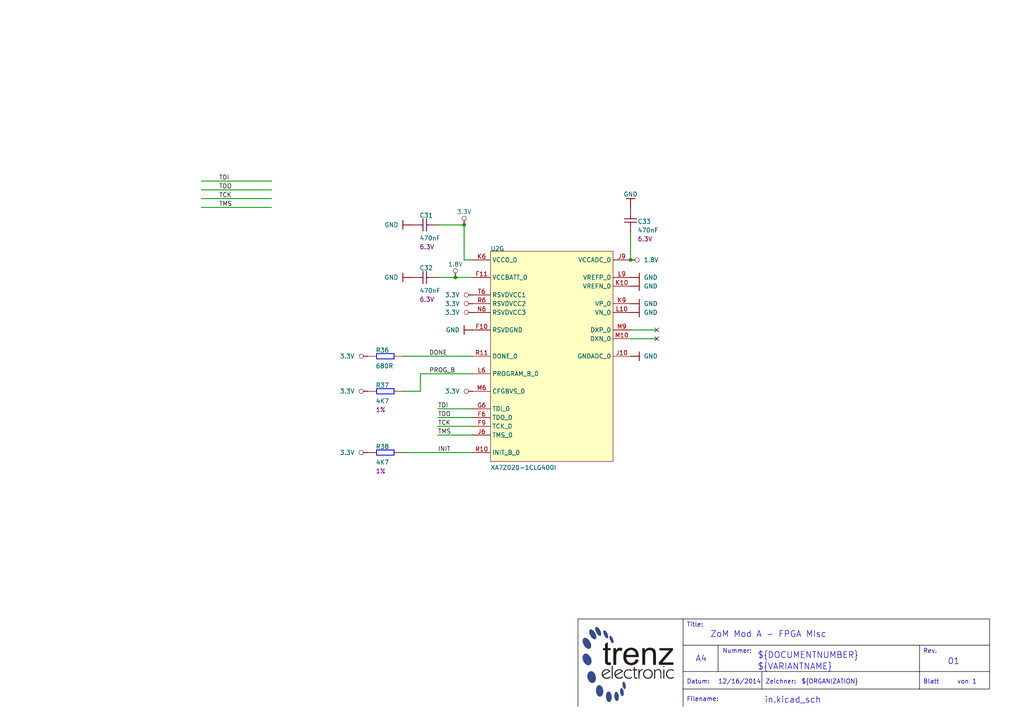
<source format=kicad_sch>
(kicad_sch (version 20230121) (generator eeschema)
  (paper "A4")
  (title_block (title "ZoM Mod A - FPGA MIsc") (date "12/16/2014") (rev "01"))
  (lib_symbols
    (symbol "TE0719-altium-import:1.8V" (power)
      (property "Reference" "#PWR" (at 0 0 0))
      (property "Value" "1.8V" (at 0 3.81 0))
      (symbol "1.8V_0_0"
        (circle (center 0 -1.905) (radius 0.635) (stroke (width 0.127)))
        (polyline (pts (xy 0 0) (xy 0 -1.27)) (stroke (width 0.254)))
        (pin power_in line (at 0 0 0) (length 0) hide (name "1.8V") (number ""))
      )
    )
    (symbol "TE0719-altium-import:3.3V" (power)
      (property "Reference" "#PWR" (at 0 0 0))
      (property "Value" "3.3V" (at 0 3.81 0))
      (symbol "3.3V_0_0"
        (circle (center 0 -1.905) (radius 0.635) (stroke (width 0.127)))
        (polyline (pts (xy 0 0) (xy 0 -1.27)) (stroke (width 0.254)))
        (pin power_in line (at 0 0 0) (length 0) hide (name "3.3V") (number ""))
      )
    )
    (symbol "TE0719-altium-import:FPGA-Misc_0_CAP-NP"
      (symbol "FPGA-Misc_0_CAP-NP_1_0"
        (polyline (pts (xy -1.778 -4.318) (xy 1.778 -4.318)) (stroke (width 0.254)))
        (polyline (pts (xy -1.778 -3.302) (xy 1.778 -3.302)) (stroke (width 0.254)))
        (polyline (pts (xy 0 -5.08) (xy 0 -4.318)) (stroke (width 0.254) (color 0 0 255 1)))
        (polyline (pts (xy 0 -2.54) (xy 0 -3.302)) (stroke (width 0.254) (color 0 0 255 1)))
        (pin passive line (at 0 0 270) (length 2.54) (name "1") (number "1"))
        (pin passive line (at 0 -7.62 90) (length 2.54) (name "2") (number "2"))
      )
    )
    (symbol "TE0719-altium-import:FPGA-Misc_0_XC7Z020-2CLG400C"
      (symbol "FPGA-Misc_0_XC7Z020-2CLG400C_1_0"
        (rectangle (start 30.48 0) (end 0 -81.28) (fill (type background)))
        (text "BANK13" (at 20.32 -2.54 0) (effects (font (size 1.27 1.27)) (justify right bottom)))
        (pin bidirectional line (at -5.08 -60.96 0) (length 5.08) (name "IO_L19P_T3_13") (number "T5"))
        (pin power_in line (at -5.08 -5.08 0) (length 5.08) (name "VCCO_13") (number "T8"))
        (pin bidirectional line (at -5.08 -25.4 0) (length 5.08) (name "IO_L12P_T1_MRCC_13") (number "T9"))
        (pin bidirectional line (at -5.08 -27.94 0) (length 5.08) (name "IO_L12N_T1_MRCC_13") (number "U10"))
        (pin power_in line (at -5.08 -7.62 0) (length 5.08) (name "VCCO_13") (number "U11"))
        (pin bidirectional line (at -5.08 -63.5 0) (length 5.08) (name "IO_L19N_T3_VREF_13") (number "U5"))
        (pin bidirectional line (at -5.08 -20.32 0) (length 5.08) (name "IO_L11P_T1_SRCC_13") (number "U7"))
        (pin bidirectional line (at -5.08 -53.34 0) (length 5.08) (name "IO_L17N_T2_13") (number "U8"))
        (pin bidirectional line (at -5.08 -50.8 0) (length 5.08) (name "IO_L17P_T2_13") (number "U9"))
        (pin bidirectional line (at -5.08 -73.66 0) (length 5.08) (name "IO_L21N_T3_DQS_13") (number "V10"))
        (pin bidirectional line (at -5.08 -71.12 0) (length 5.08) (name "IO_L21P_T3_DQS_13") (number "V11"))
        (pin bidirectional line (at -5.08 -17.78 0) (length 5.08) (name "IO_L6N_T0_VREF_13") (number "V5"))
        (pin bidirectional line (at -5.08 -76.2 0) (length 5.08) (name "IO_L22P_T3_13") (number "V6"))
        (pin bidirectional line (at -5.08 -22.86 0) (length 5.08) (name "IO_L11N_T1_SRCC_13") (number "V7"))
        (pin bidirectional line (at -5.08 -40.64 0) (length 5.08) (name "IO_L15P_T2_DQS_13") (number "V8"))
        (pin bidirectional line (at -5.08 -45.72 0) (length 5.08) (name "IO_L16P_T2_13") (number "W10"))
        (pin bidirectional line (at -5.08 -55.88 0) (length 5.08) (name "IO_L18P_T2_13") (number "W11"))
        (pin bidirectional line (at -5.08 -78.74 0) (length 5.08) (name "IO_L22N_T3_13") (number "W6"))
        (pin power_in line (at -5.08 -10.16 0) (length 5.08) (name "VCCO_13") (number "W7"))
        (pin bidirectional line (at -5.08 -43.18 0) (length 5.08) (name "IO_L15N_T2_DQS_13") (number "W8"))
        (pin bidirectional line (at -5.08 -48.26 0) (length 5.08) (name "IO_L16N_T2_13") (number "W9"))
        (pin power_in line (at -5.08 -12.7 0) (length 5.08) (name "VCCO_13") (number "Y10"))
        (pin bidirectional line (at -5.08 -58.42 0) (length 5.08) (name "IO_L18N_T2_13") (number "Y11"))
        (pin bidirectional line (at -5.08 -66.04 0) (length 5.08) (name "IO_L20P_T3_13") (number "Y12"))
        (pin bidirectional line (at -5.08 -68.58 0) (length 5.08) (name "IO_L20N_T3_13") (number "Y13"))
        (pin bidirectional line (at -5.08 -33.02 0) (length 5.08) (name "IO_L13N_T2_MRCC_13") (number "Y6"))
        (pin bidirectional line (at -5.08 -30.48 0) (length 5.08) (name "IO_L13P_T2_MRCC_13") (number "Y7"))
        (pin bidirectional line (at -5.08 -38.1 0) (length 5.08) (name "IO_L14N_T2_SRCC_13") (number "Y8"))
        (pin bidirectional line (at -5.08 -35.56 0) (length 5.08) (name "IO_L14P_T2_SRCC_13") (number "Y9"))
      )
      (symbol "FPGA-Misc_0_XC7Z020-2CLG400C_2_0"
        (rectangle (start 58.42 0) (end 0 -81.28) (fill (type background)))
        (text "BANK34" (at 33.02 -2.54 0) (effects (font (size 1.27 1.27)) (justify right bottom)))
        (pin bidirectional line (at 63.5 -71.12 180) (length 5.08) (name "IO_L23P_T3_34") (number "N17"))
        (pin bidirectional line (at 63.5 -20.32 180) (length 5.08) (name "IO_L13P_T2_MRCC_34") (number "N18"))
        (pin power_in line (at -5.08 -5.08 0) (length 5.08) (name "VCCO_34") (number "N19"))
        (pin bidirectional line (at 63.5 -25.4 180) (length 5.08) (name "IO_L14P_T2_SRCC_34") (number "N20"))
        (pin bidirectional line (at -5.08 -60.96 0) (length 5.08) (name "IO_L6P_T0_34") (number "P14"))
        (pin bidirectional line (at 63.5 -76.2 180) (length 5.08) (name "IO_L24P_T3_34") (number "P15"))
        (pin bidirectional line (at 63.5 -78.74 180) (length 5.08) (name "IO_L24N_T3_34") (number "P16"))
        (pin bidirectional line (at 63.5 -73.66 180) (length 5.08) (name "IO_L23N_T3_34") (number "P18"))
        (pin bidirectional line (at 63.5 -22.86 180) (length 5.08) (name "IO_L13N_T2_MRCC_34") (number "P19"))
        (pin bidirectional line (at 63.5 -27.94 180) (length 5.08) (name "IO_L14N_T2_SRCC_34") (number "P20"))
        (pin bidirectional line (at -5.08 -63.5 0) (length 5.08) (name "IO_L6N_T0_VREF_34") (number "R14"))
        (pin power_in line (at -5.08 -7.62 0) (length 5.08) (name "VCCO_34") (number "R15"))
        (pin bidirectional line (at 63.5 -50.8 180) (length 5.08) (name "IO_L19P_T3_34") (number "R16"))
        (pin bidirectional line (at 63.5 -53.34 180) (length 5.08) (name "IO_L19N_T3_VREF_34") (number "R17"))
        (pin bidirectional line (at 63.5 -58.42 180) (length 5.08) (name "IO_L20N_T3_34") (number "R18"))
        (pin bidirectional line (at -5.08 -25.4 0) (length 5.08) (name "IO_0_34") (number "R19"))
        (pin bidirectional line (at -5.08 -38.1 0) (length 5.08) (name "IO_L1N_T0_34") (number "T10"))
        (pin bidirectional line (at -5.08 -35.56 0) (length 5.08) (name "IO_L1P_T0_34") (number "T11"))
        (pin bidirectional line (at -5.08 -40.64 0) (length 5.08) (name "IO_L2P_T0_34") (number "T12"))
        (pin bidirectional line (at -5.08 -55.88 0) (length 5.08) (name "IO_L5P_T0_34") (number "T14"))
        (pin bidirectional line (at -5.08 -58.42 0) (length 5.08) (name "IO_L5N_T0_34") (number "T15"))
        (pin bidirectional line (at -5.08 -76.2 0) (length 5.08) (name "IO_L9P_T1_DQS_34") (number "T16"))
        (pin bidirectional line (at 63.5 -55.88 180) (length 5.08) (name "IO_L20P_T3_34") (number "T17"))
        (pin power_in line (at -5.08 -10.16 0) (length 5.08) (name "VCCO_34") (number "T18"))
        (pin bidirectional line (at -5.08 -30.48 0) (length 5.08) (name "IO_25_34") (number "T19"))
        (pin bidirectional line (at 63.5 -30.48 180) (length 5.08) (name "IO_L15P_T2_DQS_34") (number "T20"))
        (pin bidirectional line (at -5.08 -43.18 0) (length 5.08) (name "IO_L2N_T0_34") (number "U12"))
        (pin bidirectional line (at -5.08 -45.72 0) (length 5.08) (name "IO_L3P_T0_DQS_PUDC_B_34") (number "U13"))
        (pin bidirectional line (at 63.5 -10.16 180) (length 5.08) (name "IO_L11P_T1_SRCC_34") (number "U14"))
        (pin bidirectional line (at 63.5 -12.7 180) (length 5.08) (name "IO_L11N_T1_SRCC_34") (number "U15"))
        (pin bidirectional line (at -5.08 -78.74 0) (length 5.08) (name "IO_L9N_T1_DQS_34") (number "U17"))
        (pin bidirectional line (at 63.5 -15.24 180) (length 5.08) (name "IO_L12P_T1_MRCC_34") (number "U18"))
        (pin bidirectional line (at 63.5 -17.78 180) (length 5.08) (name "IO_L12N_T1_MRCC_34") (number "U19"))
        (pin bidirectional line (at 63.5 -33.02 180) (length 5.08) (name "IO_L15N_T2_DQS_34") (number "U20"))
        (pin bidirectional line (at -5.08 -50.8 0) (length 5.08) (name "IO_L4P_T0_34") (number "V12"))
        (pin bidirectional line (at -5.08 -48.26 0) (length 5.08) (name "IO_L3N_T0_DQS_34") (number "V13"))
        (pin power_in line (at -5.08 -12.7 0) (length 5.08) (name "VCCO_34") (number "V14"))
        (pin bidirectional line (at 63.5 -5.08 180) (length 5.08) (name "IO_L10P_T1_34") (number "V15"))
        (pin bidirectional line (at 63.5 -45.72 180) (length 5.08) (name "IO_L18P_T2_34") (number "V16"))
        (pin bidirectional line (at 63.5 -60.96 180) (length 5.08) (name "IO_L21P_T3_DQS_34") (number "V17"))
        (pin bidirectional line (at 63.5 -63.5 180) (length 5.08) (name "IO_L21N_T3_DQS_34") (number "V18"))
        (pin bidirectional line (at 63.5 -35.56 180) (length 5.08) (name "IO_L16P_T2_34") (number "V20"))
        (pin bidirectional line (at -5.08 -53.34 0) (length 5.08) (name "IO_L4N_T0_34") (number "W13"))
        (pin bidirectional line (at -5.08 -71.12 0) (length 5.08) (name "IO_L8P_T1_34") (number "W14"))
        (pin bidirectional line (at 63.5 -7.62 180) (length 5.08) (name "IO_L10N_T1_34") (number "W15"))
        (pin bidirectional line (at 63.5 -48.26 180) (length 5.08) (name "IO_L18N_T2_34") (number "W16"))
        (pin power_in line (at -5.08 -15.24 0) (length 5.08) (name "VCCO_34") (number "W17"))
        (pin bidirectional line (at 63.5 -66.04 180) (length 5.08) (name "IO_L22P_T3_34") (number "W18"))
        (pin bidirectional line (at 63.5 -68.58 180) (length 5.08) (name "IO_L22N_T3_34") (number "W19"))
        (pin bidirectional line (at 63.5 -38.1 180) (length 5.08) (name "IO_L16N_T2_34") (number "W20"))
        (pin bidirectional line (at -5.08 -73.66 0) (length 5.08) (name "IO_L8N_T1_34") (number "Y14"))
        (pin bidirectional line (at -5.08 -66.04 0) (length 5.08) (name "IO_L7P_T1_34") (number "Y16"))
        (pin bidirectional line (at -5.08 -68.58 0) (length 5.08) (name "IO_L7N_T1_34") (number "Y17"))
        (pin bidirectional line (at 63.5 -40.64 180) (length 5.08) (name "IO_L17P_T2_34") (number "Y18"))
        (pin bidirectional line (at 63.5 -43.18 180) (length 5.08) (name "IO_L17N_T2_34") (number "Y19"))
        (pin power_in line (at -5.08 -17.78 0) (length 5.08) (name "VCCO_34") (number "Y20"))
      )
      (symbol "FPGA-Misc_0_XC7Z020-2CLG400C_3_0"
        (rectangle (start 58.42 0) (end 0 -81.28) (fill (type background)))
        (text "BANK35" (at 33.02 -2.54 0) (effects (font (size 1.27 1.27)) (justify right bottom)))
        (pin bidirectional line (at -5.08 -43.18 0) (length 5.08) (name "IO_L2N_T0_AD8N_35") (number "A20"))
        (pin bidirectional line (at -5.08 -40.64 0) (length 5.08) (name "IO_L2P_T0_AD8P_35") (number "B19"))
        (pin bidirectional line (at -5.08 -38.1 0) (length 5.08) (name "IO_L1N_T0_AD0N_35") (number "B20"))
        (pin power_in line (at -5.08 -5.08 0) (length 5.08) (name "VCCO_35") (number "C19"))
        (pin bidirectional line (at -5.08 -35.56 0) (length 5.08) (name "IO_L1P_T0_AD0P_35") (number "C20"))
        (pin bidirectional line (at -5.08 -48.26 0) (length 5.08) (name "IO_L3N_T0_DQS_AD1N_35") (number "D18"))
        (pin bidirectional line (at -5.08 -50.8 0) (length 5.08) (name "IO_L4P_T0_35") (number "D19"))
        (pin bidirectional line (at -5.08 -53.34 0) (length 5.08) (name "IO_L4N_T0_35") (number "D20"))
        (pin bidirectional line (at -5.08 -45.72 0) (length 5.08) (name "IO_L3P_T0_DQS_AD1P_35") (number "E17"))
        (pin bidirectional line (at -5.08 -55.88 0) (length 5.08) (name "IO_L5P_T0_AD9P_35") (number "E18"))
        (pin bidirectional line (at -5.08 -58.42 0) (length 5.08) (name "IO_L5N_T0_AD9N_35") (number "E19"))
        (pin bidirectional line (at -5.08 -60.96 0) (length 5.08) (name "IO_L6P_T0_35") (number "F16"))
        (pin bidirectional line (at -5.08 -63.5 0) (length 5.08) (name "IO_L6N_T0_VREF_35") (number "F17"))
        (pin power_in line (at -5.08 -7.62 0) (length 5.08) (name "VCCO_35") (number "F18"))
        (pin bidirectional line (at 63.5 -30.48 180) (length 5.08) (name "IO_L15P_T2_DQS_AD12P_35") (number "F19"))
        (pin bidirectional line (at 63.5 -33.02 180) (length 5.08) (name "IO_L15N_T2_DQS_AD12N_35") (number "F20"))
        (pin bidirectional line (at -5.08 -25.4 0) (length 5.08) (name "IO_0_35") (number "G14"))
        (pin bidirectional line (at 63.5 -53.34 180) (length 5.08) (name "IO_L19N_T3_VREF_35") (number "G15"))
        (pin bidirectional line (at 63.5 -35.56 180) (length 5.08) (name "IO_L16P_T2_35") (number "G17"))
        (pin bidirectional line (at 63.5 -38.1 180) (length 5.08) (name "IO_L16N_T2_35") (number "G18"))
        (pin bidirectional line (at 63.5 -45.72 180) (length 5.08) (name "IO_L18P_T2_AD13P_35") (number "G19"))
        (pin bidirectional line (at 63.5 -48.26 180) (length 5.08) (name "IO_L18N_T2_AD13N_35") (number "G20"))
        (pin power_in line (at -5.08 -10.16 0) (length 5.08) (name "VCCO_35") (number "H14"))
        (pin bidirectional line (at 63.5 -50.8 180) (length 5.08) (name "IO_L19P_T3_35") (number "H15"))
        (pin bidirectional line (at 63.5 -20.32 180) (length 5.08) (name "IO_L13P_T2_MRCC_35") (number "H16"))
        (pin bidirectional line (at 63.5 -22.86 180) (length 5.08) (name "IO_L13N_T2_MRCC_35") (number "H17"))
        (pin bidirectional line (at 63.5 -27.94 180) (length 5.08) (name "IO_L14N_T2_AD4N_SRCC_35") (number "H18"))
        (pin bidirectional line (at 63.5 -43.18 180) (length 5.08) (name "IO_L17N_T2_AD5N_35") (number "H20"))
        (pin bidirectional line (at 63.5 -58.42 180) (length 5.08) (name "IO_L20N_T3_AD6N_35") (number "J14"))
        (pin bidirectional line (at -5.08 -30.48 0) (length 5.08) (name "IO_25_35") (number "J15"))
        (pin bidirectional line (at 63.5 -78.74 180) (length 5.08) (name "IO_L24N_T3_AD15N_35") (number "J16"))
        (pin power_in line (at -5.08 -12.7 0) (length 5.08) (name "VCCO_35") (number "J17"))
        (pin bidirectional line (at 63.5 -25.4 180) (length 5.08) (name "IO_L14P_T2_AD4P_SRCC_35") (number "J18"))
        (pin bidirectional line (at 63.5 -7.62 180) (length 5.08) (name "IO_L10N_T1_AD11N_35") (number "J19"))
        (pin bidirectional line (at 63.5 -40.64 180) (length 5.08) (name "IO_L17P_T2_AD5P_35") (number "J20"))
        (pin bidirectional line (at 63.5 -55.88 180) (length 5.08) (name "IO_L20P_T3_AD6P_35") (number "K14"))
        (pin bidirectional line (at 63.5 -76.2 180) (length 5.08) (name "IO_L24P_T3_AD15P_35") (number "K16"))
        (pin bidirectional line (at 63.5 -15.24 180) (length 5.08) (name "IO_L12P_T1_MRCC_35") (number "K17"))
        (pin bidirectional line (at 63.5 -17.78 180) (length 5.08) (name "IO_L12N_T1_MRCC_35") (number "K18"))
        (pin bidirectional line (at 63.5 -5.08 180) (length 5.08) (name "IO_L10P_T1_AD11P_35") (number "K19"))
        (pin power_in line (at -5.08 -15.24 0) (length 5.08) (name "VCCO_35") (number "K20"))
        (pin bidirectional line (at 63.5 -66.04 180) (length 5.08) (name "IO_L22P_T3_AD7P_35") (number "L14"))
        (pin bidirectional line (at 63.5 -68.58 180) (length 5.08) (name "IO_L22N_T3_AD7N_35") (number "L15"))
        (pin bidirectional line (at 63.5 -10.16 180) (length 5.08) (name "IO_L11P_T1_SRCC_35") (number "L16"))
        (pin bidirectional line (at 63.5 -12.7 180) (length 5.08) (name "IO_L11N_T1_SRCC_35") (number "L17"))
        (pin bidirectional line (at -5.08 -76.2 0) (length 5.08) (name "IO_L9P_T1_DQS_AD3P_35") (number "L19"))
        (pin bidirectional line (at -5.08 -78.74 0) (length 5.08) (name "IO_L9N_T1_DQS_AD3N_35") (number "L20"))
        (pin bidirectional line (at 63.5 -71.12 180) (length 5.08) (name "IO_L23P_T3_35") (number "M14"))
        (pin bidirectional line (at 63.5 -73.66 180) (length 5.08) (name "IO_L23N_T3_35") (number "M15"))
        (pin power_in line (at -5.08 -17.78 0) (length 5.08) (name "VCCO_35") (number "M16"))
        (pin bidirectional line (at -5.08 -71.12 0) (length 5.08) (name "IO_L8P_T1_AD10P_35") (number "M17"))
        (pin bidirectional line (at -5.08 -73.66 0) (length 5.08) (name "IO_L8N_T1_AD10N_35") (number "M18"))
        (pin bidirectional line (at -5.08 -66.04 0) (length 5.08) (name "IO_L7P_T1_AD2P_35") (number "M19"))
        (pin bidirectional line (at -5.08 -68.58 0) (length 5.08) (name "IO_L7N_T1_AD2N_35") (number "M20"))
        (pin bidirectional line (at 63.5 -60.96 180) (length 5.08) (name "IO_L21P_T3_DQS_AD14P_35") (number "N15"))
        (pin bidirectional line (at 63.5 -63.5 180) (length 5.08) (name "IO_L21N_T3_DQS_AD14N_35") (number "N16"))
      )
      (symbol "FPGA-Misc_0_XC7Z020-2CLG400C_4_0"
        (rectangle (start 45.72 0) (end 0 -35.56) (fill (type background)))
        (text "BANK500" (at 27.94 -2.54 0) (effects (font (size 1.27 1.27)) (justify right bottom)))
        (pin bidirectional line (at 50.8 -10.16 180) (length 5.08) (name "PS_MIO6_500") (number "A5"))
        (pin bidirectional line (at 50.8 -7.62 180) (length 5.08) (name "PS_MIO5_500") (number "A6"))
        (pin bidirectional line (at -5.08 -27.94 0) (length 5.08) (name "PS_MIO1_500") (number "A7"))
        (pin bidirectional line (at 50.8 -17.78 180) (length 5.08) (name "PS_MIO9_500") (number "B5"))
        (pin power_in line (at -5.08 -5.08 0) (length 5.08) (name "VCCO_MIO0_500") (number "B6"))
        (pin bidirectional line (at 50.8 -5.08 180) (length 5.08) (name "PS_MIO4_500") (number "B7"))
        (pin bidirectional line (at -5.08 -30.48 0) (length 5.08) (name "PS_MIO2_500") (number "B8"))
        (pin bidirectional line (at 50.8 -30.48 180) (length 5.08) (name "PS_MIO14_500") (number "C5"))
        (pin bidirectional line (at 50.8 -22.86 180) (length 5.08) (name "PS_MIO11_500") (number "C6"))
        (pin input line (at -5.08 -17.78 0) (length 5.08) (name "PS_POR_B_500") (number "C7"))
        (pin bidirectional line (at 50.8 -33.02 180) (length 5.08) (name "PS_MIO15_500") (number "C8"))
        (pin bidirectional line (at 50.8 -15.24 180) (length 5.08) (name "PS_MIO8_500") (number "D5"))
        (pin bidirectional line (at -5.08 -33.02 0) (length 5.08) (name "PS_MIO3_500") (number "D6"))
        (pin power_in line (at -5.08 -7.62 0) (length 5.08) (name "VCCO_MIO0_500") (number "D7"))
        (pin bidirectional line (at 50.8 -12.7 180) (length 5.08) (name "PS_MIO7_500") (number "D8"))
        (pin bidirectional line (at 50.8 -25.4 180) (length 5.08) (name "PS_MIO12_500") (number "D9"))
        (pin bidirectional line (at -5.08 -25.4 0) (length 5.08) (name "PS_MIO0_500") (number "E6"))
        (pin input line (at -5.08 -12.7 0) (length 5.08) (name "PS_CLK_500") (number "E7"))
        (pin bidirectional line (at 50.8 -27.94 180) (length 5.08) (name "PS_MIO13_500") (number "E8"))
        (pin bidirectional line (at 50.8 -20.32 180) (length 5.08) (name "PS_MIO10_500") (number "E9"))
      )
      (symbol "FPGA-Misc_0_XC7Z020-2CLG400C_5_0"
        (rectangle (start 50.8 0) (end 0 -66.04) (fill (type background)))
        (text "BANK501" (at 30.48 -2.54 0) (effects (font (size 1.27 1.27)) (justify right bottom)))
        (pin bidirectional line (at 55.88 -22.86 180) (length 5.08) (name "PS_MIO37_501") (number "A10"))
        (pin bidirectional line (at 55.88 -20.32 180) (length 5.08) (name "PS_MIO36_501") (number "A11"))
        (pin bidirectional line (at 55.88 -15.24 180) (length 5.08) (name "PS_MIO34_501") (number "A12"))
        (pin power_in line (at -5.08 -5.08 0) (length 5.08) (name "VCCO_MIO1_501") (number "A13"))
        (pin bidirectional line (at 55.88 -10.16 180) (length 5.08) (name "PS_MIO32_501") (number "A14"))
        (pin bidirectional line (at -5.08 -55.88 0) (length 5.08) (name "PS_MIO26_501") (number "A15"))
        (pin bidirectional line (at -5.08 -50.8 0) (length 5.08) (name "PS_MIO24_501") (number "A16"))
        (pin bidirectional line (at -5.08 -40.64 0) (length 5.08) (name "PS_MIO20_501") (number "A17"))
        (pin bidirectional line (at -5.08 -30.48 0) (length 5.08) (name "PS_MIO16_501") (number "A19"))
        (pin bidirectional line (at 55.88 -38.1 180) (length 5.08) (name "PS_MIO43_501") (number "A9"))
        (pin passive line (at -5.08 -22.86 0) (length 5.08) (name "PS_SRST_B_501") (number "B10"))
        (pin bidirectional line (at 55.88 -50.8 180) (length 5.08) (name "PS_MIO48_501") (number "B12"))
        (pin bidirectional line (at 55.88 -55.88 180) (length 5.08) (name "PS_MIO50_501") (number "B13"))
        (pin bidirectional line (at 55.88 -48.26 180) (length 5.08) (name "PS_MIO47_501") (number "B14"))
        (pin bidirectional line (at 55.88 -43.18 180) (length 5.08) (name "PS_MIO45_501") (number "B15"))
        (pin power_in line (at -5.08 -7.62 0) (length 5.08) (name "VCCO_MIO1_501") (number "B16"))
        (pin bidirectional line (at -5.08 -45.72 0) (length 5.08) (name "PS_MIO22_501") (number "B17"))
        (pin bidirectional line (at -5.08 -35.56 0) (length 5.08) (name "PS_MIO18_501") (number "B18"))
        (pin bidirectional line (at 55.88 -58.42 180) (length 5.08) (name "PS_MIO51_501") (number "B9"))
        (pin bidirectional line (at 55.88 -60.96 180) (length 5.08) (name "PS_MIO52_501") (number "C10"))
        (pin bidirectional line (at 55.88 -63.5 180) (length 5.08) (name "PS_MIO53_501") (number "C11"))
        (pin bidirectional line (at 55.88 -53.34 180) (length 5.08) (name "PS_MIO49_501") (number "C12"))
        (pin bidirectional line (at -5.08 -63.5 0) (length 5.08) (name "PS_MIO29_501") (number "C13"))
        (pin bidirectional line (at 55.88 -5.08 180) (length 5.08) (name "PS_MIO30_501") (number "C15"))
        (pin bidirectional line (at -5.08 -60.96 0) (length 5.08) (name "PS_MIO28_501") (number "C16"))
        (pin bidirectional line (at 55.88 -33.02 180) (length 5.08) (name "PS_MIO41_501") (number "C17"))
        (pin bidirectional line (at 55.88 -27.94 180) (length 5.08) (name "PS_MIO39_501") (number "C18"))
        (pin bidirectional line (at -5.08 -38.1 0) (length 5.08) (name "PS_MIO19_501") (number "D10"))
        (pin bidirectional line (at -5.08 -48.26 0) (length 5.08) (name "PS_MIO23_501") (number "D11"))
        (pin power_in line (at -5.08 -10.16 0) (length 5.08) (name "VCCO_MIO1_501") (number "D12"))
        (pin bidirectional line (at -5.08 -58.42 0) (length 5.08) (name "PS_MIO27_501") (number "D13"))
        (pin bidirectional line (at 55.88 -30.48 180) (length 5.08) (name "PS_MIO40_501") (number "D14"))
        (pin bidirectional line (at 55.88 -12.7 180) (length 5.08) (name "PS_MIO33_501") (number "D15"))
        (pin bidirectional line (at 55.88 -45.72 180) (length 5.08) (name "PS_MIO46_501") (number "D16"))
        (pin bidirectional line (at -5.08 -17.78 0) (length 5.08) (name "PS_MIO_VREF_501") (number "E11"))
        (pin bidirectional line (at 55.88 -35.56 180) (length 5.08) (name "PS_MIO42_501") (number "E12"))
        (pin bidirectional line (at 55.88 -25.4 180) (length 5.08) (name "PS_MIO38_501") (number "E13"))
        (pin bidirectional line (at -5.08 -33.02 0) (length 5.08) (name "PS_MIO17_501") (number "E14"))
        (pin power_in line (at -5.08 -12.7 0) (length 5.08) (name "VCCO_MIO1_501") (number "E15"))
        (pin bidirectional line (at 55.88 -7.62 180) (length 5.08) (name "PS_MIO31_501") (number "E16"))
        (pin bidirectional line (at 55.88 -17.78 180) (length 5.08) (name "PS_MIO35_501") (number "F12"))
        (pin bidirectional line (at 55.88 -40.64 180) (length 5.08) (name "PS_MIO44_501") (number "F13"))
        (pin bidirectional line (at -5.08 -43.18 0) (length 5.08) (name "PS_MIO21_501") (number "F14"))
        (pin bidirectional line (at -5.08 -53.34 0) (length 5.08) (name "PS_MIO25_501") (number "F15"))
      )
      (symbol "FPGA-Misc_0_XC7Z020-2CLG400C_6_0"
        (rectangle (start 50.8 0) (end 0 -149.86) (fill (type background)))
        (text "BANK502" (at 33.02 -2.54 0) (effects (font (size 1.27 1.27)) (justify right bottom)))
        (pin output line (at 55.88 -55.88 180) (length 5.08) (name "PS_DDR_DM0_502") (number "A1"))
        (pin bidirectional line (at -5.08 -43.18 0) (length 5.08) (name "PS_DDR_DQ2_502") (number "A2"))
        (pin power_in line (at -5.08 -2.54 0) (length 5.08) (name "VCCO_DDR_502") (number "A3"))
        (pin bidirectional line (at -5.08 -45.72 0) (length 5.08) (name "PS_DDR_DQ3_502") (number "A4"))
        (pin bidirectional line (at -5.08 -124.46 0) (length 5.08) (name "PS_DDR_DQS_N0_502") (number "B2"))
        (pin bidirectional line (at -5.08 -40.64 0) (length 5.08) (name "PS_DDR_DQ1_502") (number "B3"))
        (pin output line (at 55.88 -116.84 180) (length 5.08) (name "PS_DDR_DRST_B_502") (number "B4"))
        (pin bidirectional line (at -5.08 -53.34 0) (length 5.08) (name "PS_DDR_DQ6_502") (number "C1"))
        (pin bidirectional line (at -5.08 -121.92 0) (length 5.08) (name "PS_DDR_DQS_P0_502") (number "C2"))
        (pin bidirectional line (at -5.08 -38.1 0) (length 5.08) (name "PS_DDR_DQ0_502") (number "C3"))
        (pin bidirectional line (at -5.08 -50.8 0) (length 5.08) (name "PS_DDR_DQ5_502") (number "D1"))
        (pin power_in line (at -5.08 -5.08 0) (length 5.08) (name "VCCO_DDR_502") (number "D2"))
        (pin bidirectional line (at -5.08 -48.26 0) (length 5.08) (name "PS_DDR_DQ4_502") (number "D3"))
        (pin output line (at 55.88 -38.1 180) (length 5.08) (name "PS_DDR_A13_502") (number "D4"))
        (pin bidirectional line (at -5.08 -55.88 0) (length 5.08) (name "PS_DDR_DQ7_502") (number "E1"))
        (pin bidirectional line (at -5.08 -58.42 0) (length 5.08) (name "PS_DDR_DQ8_502") (number "E2"))
        (pin bidirectional line (at -5.08 -60.96 0) (length 5.08) (name "PS_DDR_DQ9_502") (number "E3"))
        (pin output line (at 55.88 -35.56 180) (length 5.08) (name "PS_DDR_A12_502") (number "E4"))
        (pin power_in line (at -5.08 -7.62 0) (length 5.08) (name "VCCO_DDR_502") (number "E5"))
        (pin output line (at 55.88 -58.42 180) (length 5.08) (name "PS_DDR_DM1_502") (number "F1"))
        (pin bidirectional line (at -5.08 -132.08 0) (length 5.08) (name "PS_DDR_DQS_N1_502") (number "F2"))
        (pin output line (at 55.88 -40.64 180) (length 5.08) (name "PS_DDR_A14_502") (number "F4"))
        (pin output line (at 55.88 -30.48 180) (length 5.08) (name "PS_DDR_A10_502") (number "F5"))
        (pin power_in line (at -5.08 -10.16 0) (length 5.08) (name "VCCO_DDR_502") (number "G1"))
        (pin bidirectional line (at -5.08 -129.54 0) (length 5.08) (name "PS_DDR_DQS_P1_502") (number "G2"))
        (pin bidirectional line (at -5.08 -63.5 0) (length 5.08) (name "PS_DDR_DQ10_502") (number "G3"))
        (pin output line (at 55.88 -33.02 180) (length 5.08) (name "PS_DDR_A11_502") (number "G4"))
        (pin output line (at 55.88 -78.74 180) (length 5.08) (name "PS_DDR_VRN_502") (number "G5"))
        (pin bidirectional line (at -5.08 -73.66 0) (length 5.08) (name "PS_DDR_DQ14_502") (number "H1"))
        (pin bidirectional line (at -5.08 -71.12 0) (length 5.08) (name "PS_DDR_DQ13_502") (number "H2"))
        (pin bidirectional line (at -5.08 -66.04 0) (length 5.08) (name "PS_DDR_DQ11_502") (number "H3"))
        (pin power_in line (at -5.08 -12.7 0) (length 5.08) (name "VCCO_DDR_502") (number "H4"))
        (pin output line (at 55.88 -76.2 180) (length 5.08) (name "PS_DDR_VRP_502") (number "H5"))
        (pin power_in line (at -5.08 -30.48 0) (length 5.08) (name "PS_DDR_VREF0_502") (number "H6"))
        (pin bidirectional line (at -5.08 -76.2 0) (length 5.08) (name "PS_DDR_DQ15_502") (number "J1"))
        (pin bidirectional line (at -5.08 -68.58 0) (length 5.08) (name "PS_DDR_DQ12_502") (number "J3"))
        (pin output line (at 55.88 -27.94 180) (length 5.08) (name "PS_DDR_A9_502") (number "J4"))
        (pin output line (at 55.88 -50.8 180) (length 5.08) (name "PS_DDR_BA2_502") (number "J5"))
        (pin output line (at 55.88 -25.4 180) (length 5.08) (name "PS_DDR_A8_502") (number "K1"))
        (pin output line (at 55.88 -7.62 180) (length 5.08) (name "PS_DDR_A1_502") (number "K2"))
        (pin output line (at 55.88 -12.7 180) (length 5.08) (name "PS_DDR_A3_502") (number "K3"))
        (pin output line (at 55.88 -22.86 180) (length 5.08) (name "PS_DDR_A7_502") (number "K4"))
        (pin output line (at 55.88 -17.78 180) (length 5.08) (name "PS_DDR_A5_502") (number "L1"))
        (pin output line (at 55.88 -68.58 180) (length 5.08) (name "PS_DDR_CKP_502") (number "L2"))
        (pin power_in line (at -5.08 -15.24 0) (length 5.08) (name "VCCO_DDR_502") (number "L3"))
        (pin output line (at 55.88 -20.32 180) (length 5.08) (name "PS_DDR_A6_502") (number "L4"))
        (pin output line (at 55.88 -45.72 180) (length 5.08) (name "PS_DDR_BA0_502") (number "L5"))
        (pin output line (at 55.88 -71.12 180) (length 5.08) (name "PS_DDR_CKN_502") (number "M2"))
        (pin output line (at 55.88 -10.16 180) (length 5.08) (name "PS_DDR_A2_502") (number "M3"))
        (pin output line (at 55.88 -15.24 180) (length 5.08) (name "PS_DDR_A4_502") (number "M4"))
        (pin output line (at 55.88 -101.6 180) (length 5.08) (name "PS_DDR_WE_B_502") (number "M5"))
        (pin output line (at 55.88 -91.44 180) (length 5.08) (name "PS_DDR_CS_B_502") (number "N1"))
        (pin output line (at 55.88 -5.08 180) (length 5.08) (name "PS_DDR_A0_502") (number "N2"))
        (pin output line (at 55.88 -96.52 180) (length 5.08) (name "PS_DDR_CKE_502") (number "N3"))
        (pin output line (at 55.88 -86.36 180) (length 5.08) (name "PS_DDR_ODT_502") (number "N5"))
        (pin bidirectional line (at -5.08 -78.74 0) (length 5.08) (name "PS_DDR_DQ16_502") (number "P1"))
        (pin power_in line (at -5.08 -17.78 0) (length 5.08) (name "VCCO_DDR_502") (number "P2"))
        (pin bidirectional line (at -5.08 -81.28 0) (length 5.08) (name "PS_DDR_DQ17_502") (number "P3"))
        (pin output line (at 55.88 -111.76 180) (length 5.08) (name "PS_DDR_RAS_B_502") (number "P4"))
        (pin output line (at 55.88 -106.68 180) (length 5.08) (name "PS_DDR_CAS_B_502") (number "P5"))
        (pin power_in line (at -5.08 -33.02 0) (length 5.08) (name "PS_DDR_VREF1_502") (number "P6"))
        (pin bidirectional line (at -5.08 -86.36 0) (length 5.08) (name "PS_DDR_DQ19_502") (number "R1"))
        (pin bidirectional line (at -5.08 -137.16 0) (length 5.08) (name "PS_DDR_DQS_P2_502") (number "R2"))
        (pin bidirectional line (at -5.08 -83.82 0) (length 5.08) (name "PS_DDR_DQ18_502") (number "R3"))
        (pin output line (at 55.88 -48.26 180) (length 5.08) (name "PS_DDR_BA1_502") (number "R4"))
        (pin power_in line (at -5.08 -20.32 0) (length 5.08) (name "VCCO_DDR_502") (number "R5"))
        (pin output line (at 55.88 -60.96 180) (length 5.08) (name "PS_DDR_DM2_502") (number "T1"))
        (pin bidirectional line (at -5.08 -139.7 0) (length 5.08) (name "PS_DDR_DQS_N2_502") (number "T2"))
        (pin bidirectional line (at -5.08 -88.9 0) (length 5.08) (name "PS_DDR_DQ20_502") (number "T4"))
        (pin power_in line (at -5.08 -22.86 0) (length 5.08) (name "VCCO_DDR_502") (number "U1"))
        (pin bidirectional line (at -5.08 -93.98 0) (length 5.08) (name "PS_DDR_DQ22_502") (number "U2"))
        (pin bidirectional line (at -5.08 -96.52 0) (length 5.08) (name "PS_DDR_DQ23_502") (number "U3"))
        (pin bidirectional line (at -5.08 -91.44 0) (length 5.08) (name "PS_DDR_DQ21_502") (number "U4"))
        (pin bidirectional line (at -5.08 -99.06 0) (length 5.08) (name "PS_DDR_DQ24_502") (number "V1"))
        (pin bidirectional line (at -5.08 -114.3 0) (length 5.08) (name "PS_DDR_DQ30_502") (number "V2"))
        (pin bidirectional line (at -5.08 -116.84 0) (length 5.08) (name "PS_DDR_DQ31_502") (number "V3"))
        (pin power_in line (at -5.08 -25.4 0) (length 5.08) (name "VCCO_DDR_502") (number "V4"))
        (pin bidirectional line (at -5.08 -104.14 0) (length 5.08) (name "PS_DDR_DQ26_502") (number "W1"))
        (pin bidirectional line (at -5.08 -111.76 0) (length 5.08) (name "PS_DDR_DQ29_502") (number "W3"))
        (pin bidirectional line (at -5.08 -147.32 0) (length 5.08) (name "PS_DDR_DQS_N3_502") (number "W4"))
        (pin bidirectional line (at -5.08 -144.78 0) (length 5.08) (name "PS_DDR_DQS_P3_502") (number "W5"))
        (pin output line (at 55.88 -63.5 180) (length 5.08) (name "PS_DDR_DM3_502") (number "Y1"))
        (pin bidirectional line (at -5.08 -109.22 0) (length 5.08) (name "PS_DDR_DQ28_502") (number "Y2"))
        (pin bidirectional line (at -5.08 -101.6 0) (length 5.08) (name "PS_DDR_DQ25_502") (number "Y3"))
        (pin bidirectional line (at -5.08 -106.68 0) (length 5.08) (name "PS_DDR_DQ27_502") (number "Y4"))
      )
      (symbol "FPGA-Misc_0_XC7Z020-2CLG400C_7_0"
        (rectangle (start 35.56 0) (end 0 -60.96) (fill (type background)))
        (pin power_in line (at -5.08 -22.86 0) (length 5.08) (name "RSVDGND") (number "F10"))
        (pin power_in line (at -5.08 -7.62 0) (length 5.08) (name "VCCBATT_0") (number "F11"))
        (pin output line (at -5.08 -48.26 0) (length 5.08) (name "TDO_0") (number "F6"))
        (pin input line (at -5.08 -50.8 0) (length 5.08) (name "TCK_0") (number "F9"))
        (pin input line (at -5.08 -45.72 0) (length 5.08) (name "TDI_0") (number "G6"))
        (pin power_in line (at 40.64 -30.48 180) (length 5.08) (name "GNDADC_0") (number "J10"))
        (pin input line (at -5.08 -53.34 0) (length 5.08) (name "TMS_0") (number "J6"))
        (pin power_in line (at 40.64 -2.54 180) (length 5.08) (name "VCCADC_0") (number "J9"))
        (pin bidirectional line (at 40.64 -10.16 180) (length 5.08) (name "VREFN_0") (number "K10"))
        (pin power_in line (at -5.08 -2.54 0) (length 5.08) (name "VCCO_0") (number "K6"))
        (pin input line (at 40.64 -15.24 180) (length 5.08) (name "VP_0") (number "K9"))
        (pin input line (at 40.64 -17.78 180) (length 5.08) (name "VN_0") (number "L10"))
        (pin bidirectional line (at -5.08 -35.56 0) (length 5.08) (name "PROGRAM_B_0") (number "L6"))
        (pin bidirectional line (at 40.64 -7.62 180) (length 5.08) (name "VREFP_0") (number "L9"))
        (pin input line (at 40.64 -25.4 180) (length 5.08) (name "DXN_0") (number "M10"))
        (pin input line (at -5.08 -40.64 0) (length 5.08) (name "CFGBVS_0") (number "M6"))
        (pin input line (at 40.64 -22.86 180) (length 5.08) (name "DXP_0") (number "M9"))
        (pin power_in line (at -5.08 -17.78 0) (length 5.08) (name "RSVDVCC3") (number "N6"))
        (pin input line (at -5.08 -58.42 0) (length 5.08) (name "INIT_B_0") (number "R10"))
        (pin bidirectional line (at -5.08 -30.48 0) (length 5.08) (name "DONE_0") (number "R11"))
        (pin power_in line (at -5.08 -15.24 0) (length 5.08) (name "RSVDVCC2") (number "R6"))
        (pin power_in line (at -5.08 -12.7 0) (length 5.08) (name "RSVDVCC1") (number "T6"))
      )
      (symbol "FPGA-Misc_0_XC7Z020-2CLG400C_8_0"
        (rectangle (start 33.02 0) (end 0 -121.92) (fill (type background)))
        (pin power_in line (at -5.08 -43.18 0) (length 5.08) (name "GND") (number "A18"))
        (pin power_in line (at -5.08 -40.64 0) (length 5.08) (name "GND") (number "A8"))
        (pin power_in line (at -5.08 -45.72 0) (length 5.08) (name "GND") (number "B1"))
        (pin power_in line (at -5.08 -48.26 0) (length 5.08) (name "GND") (number "B11"))
        (pin power_in line (at -5.08 -53.34 0) (length 5.08) (name "GND") (number "C14"))
        (pin power_in line (at -5.08 -50.8 0) (length 5.08) (name "GND") (number "C4"))
        (pin power_in line (at -5.08 -104.14 0) (length 5.08) (name "GND") (number "C9"))
        (pin power_in line (at -5.08 -58.42 0) (length 5.08) (name "GND") (number "D17"))
        (pin power_in line (at -5.08 -60.96 0) (length 5.08) (name "GND") (number "E10"))
        (pin power_in line (at -5.08 -63.5 0) (length 5.08) (name "GND") (number "E20"))
        (pin power_in line (at -5.08 -66.04 0) (length 5.08) (name "GND") (number "F3"))
        (pin power_in line (at -5.08 -68.58 0) (length 5.08) (name "GND") (number "F7"))
        (pin power_in line (at -5.08 -27.94 0) (length 5.08) (name "VCCPAUX") (number "F8"))
        (pin power_in line (at -5.08 -71.12 0) (length 5.08) (name "GND") (number "G10"))
        (pin power_in line (at 38.1 -27.94 180) (length 5.08) (name "VCCBRAM") (number "G11"))
        (pin power_in line (at -5.08 -73.66 0) (length 5.08) (name "GND") (number "G12"))
        (pin power_in line (at 38.1 -2.54 180) (length 5.08) (name "VCCINT") (number "G13"))
        (pin power_in line (at -5.08 -76.2 0) (length 5.08) (name "GND") (number "G16"))
        (pin power_in line (at 38.1 -35.56 180) (length 5.08) (name "VCCPINT") (number "G7"))
        (pin power_in line (at -5.08 -20.32 0) (length 5.08) (name "VCCPLL") (number "G8"))
        (pin power_in line (at -5.08 -25.4 0) (length 5.08) (name "VCCPAUX") (number "G9"))
        (pin power_in line (at 38.1 -30.48 180) (length 5.08) (name "VCCBRAM") (number "H10"))
        (pin power_in line (at -5.08 -83.82 0) (length 5.08) (name "GND") (number "H11"))
        (pin power_in line (at 38.1 -5.08 180) (length 5.08) (name "VCCINT") (number "H12"))
        (pin power_in line (at -5.08 -86.36 0) (length 5.08) (name "GND") (number "H13"))
        (pin power_in line (at -5.08 -88.9 0) (length 5.08) (name "GND") (number "H19"))
        (pin power_in line (at -5.08 -78.74 0) (length 5.08) (name "GND") (number "H7"))
        (pin power_in line (at -5.08 -30.48 0) (length 5.08) (name "VCCPAUX") (number "H8"))
        (pin power_in line (at -5.08 -81.28 0) (length 5.08) (name "GND") (number "H9"))
        (pin power_in line (at -5.08 -2.54 0) (length 5.08) (name "VCCAUX") (number "J11"))
        (pin power_in line (at -5.08 -96.52 0) (length 5.08) (name "GND") (number "J12"))
        (pin power_in line (at 38.1 -7.62 180) (length 5.08) (name "VCCINT") (number "J13"))
        (pin power_in line (at -5.08 -91.44 0) (length 5.08) (name "GND") (number "J2"))
        (pin power_in line (at 38.1 -38.1 180) (length 5.08) (name "VCCPINT") (number "J7"))
        (pin power_in line (at -5.08 -93.98 0) (length 5.08) (name "GND") (number "J8"))
        (pin power_in line (at -5.08 -55.88 0) (length 5.08) (name "GND") (number "K11"))
        (pin power_in line (at 38.1 -10.16 180) (length 5.08) (name "VCCINT") (number "K12"))
        (pin power_in line (at -5.08 -106.68 0) (length 5.08) (name "GND") (number "K13"))
        (pin power_in line (at -5.08 -109.22 0) (length 5.08) (name "GND") (number "K15"))
        (pin power_in line (at -5.08 -99.06 0) (length 5.08) (name "GND") (number "K5"))
        (pin power_in line (at -5.08 -101.6 0) (length 5.08) (name "GND") (number "K7"))
        (pin power_in line (at -5.08 -33.02 0) (length 5.08) (name "VCCPAUX") (number "K8"))
        (pin power_in line (at -5.08 -5.08 0) (length 5.08) (name "VCCAUX") (number "L11"))
        (pin power_in line (at -5.08 -114.3 0) (length 5.08) (name "GND") (number "L12"))
        (pin power_in line (at 38.1 -12.7 180) (length 5.08) (name "VCCINT") (number "L13"))
        (pin power_in line (at -5.08 -116.84 0) (length 5.08) (name "GND") (number "L18"))
        (pin power_in line (at 38.1 -40.64 180) (length 5.08) (name "VCCPINT") (number "L7"))
        (pin power_in line (at -5.08 -111.76 0) (length 5.08) (name "GND") (number "L8"))
        (pin power_in line (at -5.08 -119.38 0) (length 5.08) (name "GND") (number "M1"))
        (pin power_in line (at 38.1 -55.88 180) (length 5.08) (name "GND") (number "M11"))
        (pin power_in line (at 38.1 -15.24 180) (length 5.08) (name "VCCINT") (number "M12"))
        (pin power_in line (at 38.1 -58.42 180) (length 5.08) (name "GND") (number "M13"))
        (pin power_in line (at 38.1 -53.34 180) (length 5.08) (name "GND") (number "M7"))
        (pin power_in line (at -5.08 -35.56 0) (length 5.08) (name "VCCPAUX") (number "M8"))
        (pin power_in line (at 38.1 -66.04 180) (length 5.08) (name "GND") (number "N10"))
        (pin power_in line (at -5.08 -15.24 0) (length 5.08) (name "VCCAUX") (number "N11"))
        (pin power_in line (at 38.1 -68.58 180) (length 5.08) (name "GND") (number "N12"))
        (pin power_in line (at 38.1 -17.78 180) (length 5.08) (name "VCCINT") (number "N13"))
        (pin power_in line (at 38.1 -71.12 180) (length 5.08) (name "GND") (number "N14"))
        (pin power_in line (at 38.1 -60.96 180) (length 5.08) (name "GND") (number "N4"))
        (pin power_in line (at 38.1 -43.18 180) (length 5.08) (name "VCCPINT") (number "N7"))
        (pin power_in line (at 38.1 -63.5 180) (length 5.08) (name "GND") (number "N8"))
        (pin power_in line (at -5.08 -7.62 0) (length 5.08) (name "VCCAUX") (number "N9"))
        (pin power_in line (at -5.08 -10.16 0) (length 5.08) (name "VCCAUX") (number "P10"))
        (pin power_in line (at 38.1 -78.74 180) (length 5.08) (name "GND") (number "P11"))
        (pin power_in line (at 38.1 -20.32 180) (length 5.08) (name "VCCINT") (number "P12"))
        (pin power_in line (at 38.1 -81.28 180) (length 5.08) (name "GND") (number "P13"))
        (pin power_in line (at 38.1 -83.82 180) (length 5.08) (name "GND") (number "P17"))
        (pin power_in line (at 38.1 -73.66 180) (length 5.08) (name "GND") (number "P7"))
        (pin power_in line (at 38.1 -45.72 180) (length 5.08) (name "VCCPINT") (number "P8"))
        (pin power_in line (at 38.1 -76.2 180) (length 5.08) (name "GND") (number "P9"))
        (pin power_in line (at 38.1 -88.9 180) (length 5.08) (name "GND") (number "R12"))
        (pin power_in line (at 38.1 -22.86 180) (length 5.08) (name "VCCINT") (number "R13"))
        (pin power_in line (at 38.1 -91.44 180) (length 5.08) (name "GND") (number "R20"))
        (pin power_in line (at 38.1 -48.26 180) (length 5.08) (name "VCCPINT") (number "R7"))
        (pin power_in line (at 38.1 -86.36 180) (length 5.08) (name "GND") (number "R8"))
        (pin power_in line (at -5.08 -12.7 0) (length 5.08) (name "VCCAUX") (number "R9"))
        (pin power_in line (at 38.1 -99.06 180) (length 5.08) (name "GND") (number "T13"))
        (pin power_in line (at 38.1 -93.98 180) (length 5.08) (name "GND") (number "T3"))
        (pin power_in line (at 38.1 -96.52 180) (length 5.08) (name "GND") (number "T7"))
        (pin power_in line (at 38.1 -104.14 180) (length 5.08) (name "GND") (number "U16"))
        (pin power_in line (at 38.1 -101.6 180) (length 5.08) (name "GND") (number "U6"))
        (pin power_in line (at 38.1 -109.22 180) (length 5.08) (name "GND") (number "V19"))
        (pin power_in line (at 38.1 -106.68 180) (length 5.08) (name "GND") (number "V9"))
        (pin power_in line (at 38.1 -114.3 180) (length 5.08) (name "GND") (number "W12"))
        (pin power_in line (at 38.1 -111.76 180) (length 5.08) (name "GND") (number "W2"))
        (pin power_in line (at 38.1 -119.38 180) (length 5.08) (name "GND") (number "Y15"))
        (pin power_in line (at 38.1 -116.84 180) (length 5.08) (name "GND") (number "Y5"))
      )
    )
    (symbol "TE0719-altium-import:FPGA-Misc_1_CAP-NP"
      (symbol "FPGA-Misc_1_CAP-NP_1_0"
        (polyline (pts (xy 2.54 0) (xy 3.302 0)) (stroke (width 0.254) (color 0 0 255 1)))
        (polyline (pts (xy 3.302 -1.778) (xy 3.302 1.778)) (stroke (width 0.254)))
        (polyline (pts (xy 4.318 -1.778) (xy 4.318 1.778)) (stroke (width 0.254)))
        (polyline (pts (xy 5.08 0) (xy 4.318 0)) (stroke (width 0.254) (color 0 0 255 1)))
        (pin passive line (at 0 0 0) (length 2.54) (name "1") (number "1"))
        (pin passive line (at 7.62 0 180) (length 2.54) (name "2") (number "2"))
      )
    )
    (symbol "TE0719-altium-import:FPGA-Misc_1_RES"
      (symbol "FPGA-Misc_1_RES_1_0"
        (polyline (pts (xy 7.62 0) (xy 7.62 0.762) (xy 2.54 0.762) (xy 2.54 -0.762) (xy 7.62 -0.762) (xy 7.62 0)) (stroke (width 0.254) (color 0 0 255 1)))
        (pin passive line (at 0 0 0) (length 2.54) (name "1") (number "1"))
        (pin passive line (at 10.16 0 180) (length 2.54) (name "2") (number "2"))
      )
    )
    (symbol "TE0719-altium-import:FPGA-Misc_3_RES"
      (symbol "FPGA-Misc_3_RES_1_0"
        (polyline (pts (xy -7.62 0) (xy -7.62 -0.762) (xy -2.54 -0.762) (xy -2.54 0.762) (xy -7.62 0.762) (xy -7.62 0)) (stroke (width 0.254) (color 0 0 255 1)))
        (pin passive line (at 0 0 180) (length 2.54) (name "1") (number "1"))
        (pin passive line (at -10.16 0 0) (length 2.54) (name "2") (number "2"))
      )
    )
    (symbol "TE0719-altium-import:GND" (power)
      (property "Reference" "#PWR" (at 0 0 0))
      (property "Value" "GND" (at 0 3.81 0))
      (symbol "GND_0_0"
        (polyline (pts (xy -1.27 -2.54) (xy 1.27 -2.54)) (stroke (width 0.254)))
        (polyline (pts (xy 0 0) (xy 0 -2.54)) (stroke (width 0.254)))
        (pin power_in line (at 0 0 0) (length 0) hide (name "GND") (number ""))
      )
    )
  )
  (junction (at 132.08 80.4672))
  (junction (at 134.62 65.2272))
  (junction (at 182.88 75.3872))
  (no_connect (at 190.5 95.7072))
  (no_connect (at 190.5 98.2472))
  (wire (pts (xy 78.74 52.5272) (xy 58.42 52.5272)) (stroke (width 0.254)))
  (wire (pts (xy 137.16 108.4072) (xy 121.92 108.4072)) (stroke (width 0.254)))
  (wire (pts (xy 182.88 75.3872) (xy 182.88 67.7672)) (stroke (width 0.254)))
  (wire (pts (xy 121.92 113.4872) (xy 116.84 113.4872)) (stroke (width 0.254)))
  (wire (pts (xy 116.84 103.3272) (xy 137.16 103.3272)) (stroke (width 0.254)))
  (wire (pts (xy 137.16 75.3872) (xy 134.62 75.3872)) (stroke (width 0.254)))
  (wire (pts (xy 134.62 65.2272) (xy 127 65.2272)) (stroke (width 0.254)))
  (wire (pts (xy 127 126.1872) (xy 137.16 126.1872)) (stroke (width 0.254)))
  (wire (pts (xy 121.92 108.4072) (xy 121.92 113.4872)) (stroke (width 0.254)))
  (wire (pts (xy 182.88 95.7072) (xy 190.5 95.7072)) (stroke (width 0.254)))
  (wire (pts (xy 134.62 75.3872) (xy 134.62 65.2272)) (stroke (width 0.254)))
  (wire (pts (xy 127 123.6472) (xy 137.16 123.6472)) (stroke (width 0.254)))
  (wire (pts (xy 58.42 57.6072) (xy 78.74 57.6072)) (stroke (width 0.254)))
  (wire (pts (xy 127 118.5672) (xy 137.16 118.5672)) (stroke (width 0.254)))
  (wire (pts (xy 132.08 80.4672) (xy 127 80.4672)) (stroke (width 0.254)))
  (wire (pts (xy 58.42 55.0672) (xy 78.74 55.0672)) (stroke (width 0.254)))
  (wire (pts (xy 137.16 80.4672) (xy 132.08 80.4672)) (stroke (width 0.254)))
  (wire (pts (xy 58.42 60.1472) (xy 78.74 60.1472)) (stroke (width 0.254)))
  (wire (pts (xy 127 121.1072) (xy 137.16 121.1072)) (stroke (width 0.254)))
  (wire (pts (xy 116.84 131.2672) (xy 137.16 131.2672)) (stroke (width 0.254)))
  (wire (pts (xy 182.88 98.2472) (xy 190.5 98.2472)) (stroke (width 0.254)))
  (polyline (pts (xy 220.98 194.7672) (xy 220.98 199.8472)) (stroke (width 0) (type solid) (color 0 0 0 1)))
  (polyline (pts (xy 167.64 204.9272) (xy 167.64 179.5272) (xy 198.12 179.5272)) (stroke (width 0) (type solid) (color 0 0 0 1)))
  (polyline (pts (xy 266.7 194.7672) (xy 266.7 187.1472)) (stroke (width 0) (type solid) (color 0 0 0 1)))
  (polyline (pts (xy 198.12 199.8472) (xy 198.12 204.9272)) (stroke (width 0) (type solid) (color 0 0 0 1)))
  (polyline (pts (xy 266.7 194.7672) (xy 266.7 199.8472)) (stroke (width 0) (type solid) (color 0 0 0 1)))
  (polyline (pts (xy 198.12 199.8472) (xy 287.02 199.8472) (xy 287.02 179.5272)) (stroke (width 0) (type solid) (color 0 0 0 1)))
  (polyline (pts (xy 208.28 187.1472) (xy 208.28 194.7672) (xy 198.12 194.7672)) (stroke (width 0) (type solid) (color 0 0 0 1)))
  (polyline (pts (xy 198.12 199.8472) (xy 198.12 179.5272) (xy 287.02 179.5272)) (stroke (width 0) (type solid) (color 0 0 0 1)))
  (polyline (pts (xy 208.28 194.7672) (xy 287.02 194.7672)) (stroke (width 0) (type solid) (color 0 0 0 1)))
  (polyline (pts (xy 287.02 187.1472) (xy 198.12 187.1472)) (stroke (width 0) (type solid) (color 0 0 0 1)))
  (image (at 182.245 192.7172) (scale 0.698446))
  (text "Blatt" (at 267.716 198.5772 0) (effects (font (size 1.27 1.27)) (justify left bottom)))
  (text "${VARIANTNAME}" (at 219.71 194.5132 0) (effects (font (size 1.778 1.778)) (justify left bottom)))
  (text "${FILENAME}" (at 221.742 204.1652 0) (effects (font (size 1.778 1.778)) (justify left bottom)))
  (text "${#}" (at 273.05 198.5772 0) (effects (font (size 1.27 1.27)) (justify left bottom)))
  (text "von" (at 277.622 198.5772 0) (effects (font (size 1.27 1.27)) (justify left bottom)))
  (text "${TITLE}" (at 205.994 185.1152 0) (effects (font (size 1.778 1.778)) (justify left bottom)))
  (text "Nummer:" (at 209.55 189.6872 0) (effects (font (size 1.27 1.27)) (justify left bottom)))
  (text "Filename:" (at 199.136 203.6572 0) (effects (font (size 1.27 1.27)) (justify left bottom)))
  (text "Zeichner:" (at 221.996 198.5772 0) (effects (font (size 1.27 1.27)) (justify left bottom)))
  (text "Rev." (at 267.716 189.6872 0) (effects (font (size 1.27 1.27)) (justify left bottom)))
  (text "Datum:" (at 199.136 198.5772 0) (effects (font (size 1.27 1.27)) (justify left bottom)))
  (text "A4" (at 201.676 192.2272 0) (effects (font (size 1.778 1.778)) (justify left bottom)))
  (text "${##}" (at 281.94 198.5772 0) (effects (font (size 1.27 1.27)) (justify left bottom)))
  (text "${DOCUMENTNUMBER}" (at 219.71 191.2112 0) (effects (font (size 1.778 1.778)) (justify left bottom)))
  (text "Title:" (at 199.136 182.0672 0) (effects (font (size 1.27 1.27)) (justify left bottom)))
  (text "${ISSUE_DATE}" (at 208.28 198.5772 0) (effects (font (size 1.27 1.27)) (justify left bottom)))
  (text "${REVISION}" (at 274.828 192.9892 0) (effects (font (size 1.778 1.778)) (justify left bottom)))
  (text "${ORGANIZATION}" (at 232.41 198.5772 0) (effects (font (size 1.27 1.27)) (justify left bottom)))
  (label "TDO" (at 127 121.1072 180))
  (label "DONE" (at 124.46 103.3272 180))
  (label "TDI" (at 127 118.5672 180))
  (label "TCK" (at 63.5 57.6072 180))
  (label "TCK" (at 127 123.6472 180))
  (label "TMS" (at 127 126.1872 180))
  (label "INIT" (at 127 131.2672 180))
  (label "TDO" (at 63.5 55.0672 180))
  (label "TMS" (at 63.5 60.1472 180))
  (label "PROG_B" (at 124.46 108.4072 180))
  (label "TDI" (at 63.5 52.5272 180))
  (symbol (lib_id "TE0719-altium-import:1.8V") (at 182.88 75.3872 90) (unit 1)
    (property "Reference" "#PWR?" (effects hide))
    (property "Value" "1.8V" (at 186.69 75.3872 90) (effects (justify right)))
  )
  (symbol (lib_id "TE0719-altium-import:3.3V") (at 134.62 65.2272 180) (unit 1)
    (property "Reference" "#PWR?" (effects hide))
    (property "Value" "3.3V" (at 134.62 61.4172 0))
  )
  (symbol (lib_id "TE0719-altium-import:FPGA-Misc_0_XC7Z020-2CLG400C") (at 142.24 72.8472 0) (unit 7)
    (property "Reference" "U2" (at 142.24 72.8472 0) (effects (justify left bottom)))
    (property "Value" "XA7Z020-1CLG400I" (at 142.24 136.3472 0) (effects (justify left bottom)))
    (property "Footprint" "BGA400C80P20X20_1700X1700X160N" (effects hide))
    (property "AN" "25981" (effects hide))
    (property "CASE" "CLG400" (effects hide))
    (property "MIXED" "SMT" (effects hide))
    (property "TRENZ-STOCK" "Yes" (effects hide))
    (property "HELPURL" "B~{:}A~{D}adli~{b}datashee~{t}XC7" (effects hide))
  )
  (symbol (lib_id "TE0719-altium-import:FPGA-Misc_0_CAP-NP") (at 182.88 60.1472 0) (unit 1)
    (property "Reference" "C33" (at 184.912 64.9732 0) (effects (justify left bottom)))
    (property "Value" "470nF" (at 184.912 67.5132 0) (effects (justify left bottom)))
    (property "Footprint" "CAPC0603X33N" (effects hide))
    (property "AN" "24921" (effects hide))
    (property "CASE" "0603 (0201)" (effects hide))
    (property "ALTIUM_VALUE" "470n" (effects hide))
    (property "VOLTAGE" "6.3V" (at 184.912 70.0532 0) (effects (justify left bottom)))
    (property "TECHNOLOGY" "X5R" (effects hide))
    (property "TOLERANCE" "20%" (effects hide))
    (property "MIXED" "SMT" (effects hide))
    (property "PREFERRED" "Yes" (effects hide))
  )
  (symbol (lib_id "TE0719-altium-import:GND") (at 182.88 80.4672 90) (unit 1)
    (property "Reference" "#PWR?" (effects hide))
    (property "Value" "GND" (at 186.69 80.4672 90) (effects (justify right)))
  )
  (symbol (lib_id "TE0719-altium-import:FPGA-Misc_1_CAP-NP") (at 119.38 65.2272 0) (unit 1)
    (property "Reference" "C31" (at 121.666 63.1952 0) (effects (justify left bottom)))
    (property "Value" "470nF" (at 121.666 69.7992 0) (effects (justify left bottom)))
    (property "AN" "24921" (effects hide))
    (property "CASE" "0603 (0201)" (effects hide))
    (property "ALTIUM_VALUE" "470n" (effects hide))
    (property "VOLTAGE" "6.3V" (at 121.666 72.3392 0) (effects (justify left bottom)))
    (property "TECHNOLOGY" "X5R" (effects hide))
    (property "TOLERANCE" "20%" (effects hide))
    (property "MIXED" "SMT" (effects hide))
    (property "PREFERRED" "Yes" (effects hide))
  )
  (symbol (lib_id "TE0719-altium-import:3.3V") (at 137.16 90.6272 270) (unit 1)
    (property "Reference" "#PWR?" (effects hide))
    (property "Value" "3.3V" (at 133.35 90.6272 90) (effects (justify right)))
  )
  (symbol (lib_id "TE0719-altium-import:GND") (at 182.88 90.6272 90) (unit 1)
    (property "Reference" "#PWR?" (effects hide))
    (property "Value" "GND" (at 186.69 90.6272 90) (effects (justify right)))
  )
  (symbol (lib_id "TE0719-altium-import:3.3V") (at 137.16 113.4872 270) (unit 1)
    (property "Reference" "#PWR?" (effects hide))
    (property "Value" "3.3V" (at 133.35 113.4872 90) (effects (justify right)))
  )
  (symbol (lib_id "TE0719-altium-import:1.8V") (at 132.08 80.4672 180) (unit 1)
    (property "Reference" "#PWR?" (effects hide))
    (property "Value" "1.8V" (at 132.08 76.6572 0))
  )
  (symbol (lib_id "TE0719-altium-import:FPGA-Misc_1_RES") (at 106.68 103.3272 0) (unit 1)
    (property "Reference" "R36" (at 108.966 102.3112 0) (effects (justify left bottom)))
    (property "Value" "680R" (at 108.966 106.8832 0) (effects (justify left bottom)))
    (property "Footprint" "RESC1005X40N" (effects hide))
    (property "AN" "22761" (effects hide))
    (property "CASE" "1005 (0402)" (effects hide))
    (property "ALTIUM_VALUE" "680" (effects hide))
    (property "MIXED" "SMT" (effects hide))
    (property "PREFERRED" "Yes" (effects hide))
  )
  (symbol (lib_id "TE0719-altium-import:FPGA-Misc_3_RES") (at 116.84 113.4872 0) (unit 1)
    (property "Reference" "R37" (at 108.966 112.4712 0) (effects (justify left bottom)))
    (property "Value" "4K7" (at 108.966 117.0432 0) (effects (justify left bottom)))
    (property "Footprint" "RESC0603X26N" (effects hide))
    (property "AN" "25242" (effects hide))
    (property "CASE" "0603 (0201)" (effects hide))
    (property "ALTIUM_VALUE" "4.7K" (effects hide))
    (property "HELPURL" "B~{:}A~{D}adli~{b}datashee~{t}R0201" (effects hide))
    (property "TOLERANCE" "1%" (at 108.966 119.5832 0) (effects (justify left bottom)))
    (property "MIXED" "SMT" (effects hide))
    (property "PREFERRED" "Yes" (effects hide))
  )
  (symbol (lib_id "TE0719-altium-import:GND") (at 137.16 95.7072 270) (unit 1)
    (property "Reference" "#PWR?" (effects hide))
    (property "Value" "GND" (at 133.35 95.7072 90) (effects (justify right)))
  )
  (symbol (lib_id "TE0719-altium-import:3.3V") (at 106.68 103.3272 270) (unit 1)
    (property "Reference" "#PWR?" (effects hide))
    (property "Value" "3.3V" (at 102.87 103.3272 90) (effects (justify right)))
  )
  (symbol (lib_id "TE0719-altium-import:FPGA-Misc_1_CAP-NP") (at 119.38 80.4672 0) (unit 1)
    (property "Reference" "C32" (at 121.666 78.4352 0) (effects (justify left bottom)))
    (property "Value" "470nF" (at 121.666 85.0392 0) (effects (justify left bottom)))
    (property "Footprint" "CAPC0603X33N" (effects hide))
    (property "AN" "24921" (effects hide))
    (property "CASE" "0603 (0201)" (effects hide))
    (property "ALTIUM_VALUE" "470n" (effects hide))
    (property "VOLTAGE" "6.3V" (at 121.666 87.5792 0) (effects (justify left bottom)))
    (property "TECHNOLOGY" "X5R" (effects hide))
    (property "TOLERANCE" "20%" (effects hide))
    (property "MIXED" "SMT" (effects hide))
    (property "PREFERRED" "Yes" (effects hide))
  )
  (symbol (lib_id "TE0719-altium-import:GND") (at 119.38 80.4672 270) (unit 1)
    (property "Reference" "#PWR?" (effects hide))
    (property "Value" "GND" (at 115.57 80.4672 90) (effects (justify right)))
  )
  (symbol (lib_id "TE0719-altium-import:3.3V") (at 106.68 131.2672 270) (unit 1)
    (property "Reference" "#PWR?" (effects hide))
    (property "Value" "3.3V" (at 102.87 131.2672 90) (effects (justify right)))
  )
  (symbol (lib_id "TE0719-altium-import:GND") (at 182.88 88.0872 90) (unit 1)
    (property "Reference" "#PWR?" (effects hide))
    (property "Value" "GND" (at 186.69 88.0872 90) (effects (justify right)))
  )
  (symbol (lib_id "TE0719-altium-import:GND") (at 182.88 83.0072 90) (unit 1)
    (property "Reference" "#PWR?" (effects hide))
    (property "Value" "GND" (at 186.69 83.0072 90) (effects (justify right)))
  )
  (symbol (lib_id "TE0719-altium-import:GND") (at 182.88 60.1472 180) (unit 1)
    (property "Reference" "#PWR?" (effects hide))
    (property "Value" "GND" (at 182.88 56.3372 0))
  )
  (symbol (lib_id "TE0719-altium-import:GND") (at 119.38 65.2272 270) (unit 1)
    (property "Reference" "#PWR?" (effects hide))
    (property "Value" "GND" (at 115.57 65.2272 90) (effects (justify right)))
  )
  (symbol (lib_id "TE0719-altium-import:FPGA-Misc_3_RES") (at 116.84 131.2672 0) (unit 1)
    (property "Reference" "R38" (at 108.966 130.2512 0) (effects (justify left bottom)))
    (property "Value" "4K7" (at 108.966 134.8232 0) (effects (justify left bottom)))
    (property "AN" "25242" (effects hide))
    (property "CASE" "0603 (0201)" (effects hide))
    (property "ALTIUM_VALUE" "4.7K" (effects hide))
    (property "HELPURL" "B~{:}A~{D}adli~{b}datashee~{t}R0201" (effects hide))
    (property "TOLERANCE" "1%" (at 108.966 137.3632 0) (effects (justify left bottom)))
    (property "MIXED" "SMT" (effects hide))
    (property "PREFERRED" "Yes" (effects hide))
  )
  (symbol (lib_id "TE0719-altium-import:3.3V") (at 137.16 88.0872 270) (unit 1)
    (property "Reference" "#PWR?" (effects hide))
    (property "Value" "3.3V" (at 133.35 88.0872 90) (effects (justify right)))
  )
  (symbol (lib_id "TE0719-altium-import:3.3V") (at 106.68 113.4872 270) (unit 1)
    (property "Reference" "#PWR?" (effects hide))
    (property "Value" "3.3V" (at 102.87 113.4872 90) (effects (justify right)))
  )
  (symbol (lib_id "TE0719-altium-import:3.3V") (at 137.16 85.5472 270) (unit 1)
    (property "Reference" "#PWR?" (effects hide))
    (property "Value" "3.3V" (at 133.35 85.5472 90) (effects (justify right)))
  )
  (symbol (lib_id "TE0719-altium-import:GND") (at 182.88 103.3272 90) (unit 1)
    (property "Reference" "#PWR?" (effects hide))
    (property "Value" "GND" (at 186.69 103.3272 90) (effects (justify right)))
  )
)
</source>
